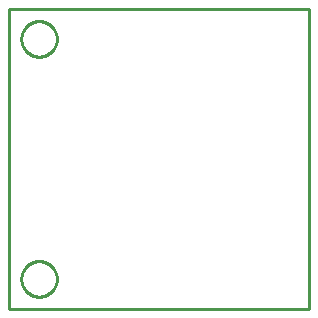
<source format=gbr>
G04 EAGLE Gerber RS-274X export*
G75*
%MOMM*%
%FSLAX34Y34*%
%LPD*%
%IN*%
%IPPOS*%
%AMOC8*
5,1,8,0,0,1.08239X$1,22.5*%
G01*
%ADD10C,0.254000*%


D10*
X0Y0D02*
X254000Y0D01*
X254000Y254000D01*
X0Y254000D01*
X0Y0D01*
X40400Y24864D02*
X40324Y23796D01*
X40171Y22735D01*
X39943Y21688D01*
X39641Y20660D01*
X39267Y19656D01*
X38822Y18681D01*
X38308Y17741D01*
X37729Y16840D01*
X37087Y15982D01*
X36385Y15172D01*
X35628Y14415D01*
X34818Y13713D01*
X33960Y13071D01*
X33059Y12492D01*
X32119Y11978D01*
X31144Y11533D01*
X30140Y11159D01*
X29112Y10857D01*
X28065Y10629D01*
X27004Y10476D01*
X25936Y10400D01*
X24864Y10400D01*
X23796Y10476D01*
X22735Y10629D01*
X21688Y10857D01*
X20660Y11159D01*
X19656Y11533D01*
X18681Y11978D01*
X17741Y12492D01*
X16840Y13071D01*
X15982Y13713D01*
X15172Y14415D01*
X14415Y15172D01*
X13713Y15982D01*
X13071Y16840D01*
X12492Y17741D01*
X11978Y18681D01*
X11533Y19656D01*
X11159Y20660D01*
X10857Y21688D01*
X10629Y22735D01*
X10476Y23796D01*
X10400Y24864D01*
X10400Y25936D01*
X10476Y27004D01*
X10629Y28065D01*
X10857Y29112D01*
X11159Y30140D01*
X11533Y31144D01*
X11978Y32119D01*
X12492Y33059D01*
X13071Y33960D01*
X13713Y34818D01*
X14415Y35628D01*
X15172Y36385D01*
X15982Y37087D01*
X16840Y37729D01*
X17741Y38308D01*
X18681Y38822D01*
X19656Y39267D01*
X20660Y39641D01*
X21688Y39943D01*
X22735Y40171D01*
X23796Y40324D01*
X24864Y40400D01*
X25936Y40400D01*
X27004Y40324D01*
X28065Y40171D01*
X29112Y39943D01*
X30140Y39641D01*
X31144Y39267D01*
X32119Y38822D01*
X33059Y38308D01*
X33960Y37729D01*
X34818Y37087D01*
X35628Y36385D01*
X36385Y35628D01*
X37087Y34818D01*
X37729Y33960D01*
X38308Y33059D01*
X38822Y32119D01*
X39267Y31144D01*
X39641Y30140D01*
X39943Y29112D01*
X40171Y28065D01*
X40324Y27004D01*
X40400Y25936D01*
X40400Y24864D01*
X40400Y228064D02*
X40324Y226996D01*
X40171Y225935D01*
X39943Y224888D01*
X39641Y223860D01*
X39267Y222856D01*
X38822Y221881D01*
X38308Y220941D01*
X37729Y220040D01*
X37087Y219182D01*
X36385Y218372D01*
X35628Y217615D01*
X34818Y216913D01*
X33960Y216271D01*
X33059Y215692D01*
X32119Y215178D01*
X31144Y214733D01*
X30140Y214359D01*
X29112Y214057D01*
X28065Y213829D01*
X27004Y213676D01*
X25936Y213600D01*
X24864Y213600D01*
X23796Y213676D01*
X22735Y213829D01*
X21688Y214057D01*
X20660Y214359D01*
X19656Y214733D01*
X18681Y215178D01*
X17741Y215692D01*
X16840Y216271D01*
X15982Y216913D01*
X15172Y217615D01*
X14415Y218372D01*
X13713Y219182D01*
X13071Y220040D01*
X12492Y220941D01*
X11978Y221881D01*
X11533Y222856D01*
X11159Y223860D01*
X10857Y224888D01*
X10629Y225935D01*
X10476Y226996D01*
X10400Y228064D01*
X10400Y229136D01*
X10476Y230204D01*
X10629Y231265D01*
X10857Y232312D01*
X11159Y233340D01*
X11533Y234344D01*
X11978Y235319D01*
X12492Y236259D01*
X13071Y237160D01*
X13713Y238018D01*
X14415Y238828D01*
X15172Y239585D01*
X15982Y240287D01*
X16840Y240929D01*
X17741Y241508D01*
X18681Y242022D01*
X19656Y242467D01*
X20660Y242841D01*
X21688Y243143D01*
X22735Y243371D01*
X23796Y243524D01*
X24864Y243600D01*
X25936Y243600D01*
X27004Y243524D01*
X28065Y243371D01*
X29112Y243143D01*
X30140Y242841D01*
X31144Y242467D01*
X32119Y242022D01*
X33059Y241508D01*
X33960Y240929D01*
X34818Y240287D01*
X35628Y239585D01*
X36385Y238828D01*
X37087Y238018D01*
X37729Y237160D01*
X38308Y236259D01*
X38822Y235319D01*
X39267Y234344D01*
X39641Y233340D01*
X39943Y232312D01*
X40171Y231265D01*
X40324Y230204D01*
X40400Y229136D01*
X40400Y228064D01*
M02*

</source>
